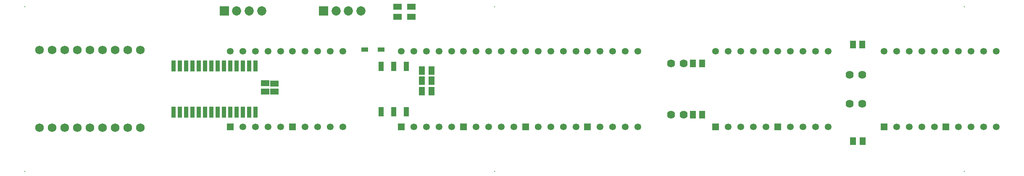
<source format=gbs>
G04 Layer_Color=16711935*
%FSLAX25Y25*%
%MOIN*%
G70*
G01*
G75*
%ADD29C,0.06375*%
%ADD30R,0.07296X0.07296*%
%ADD31C,0.07296*%
%ADD32C,0.05328*%
%ADD33R,0.05328X0.05328*%
%ADD34C,0.00800*%
%ADD35C,0.06800*%
%ADD36R,0.03950X0.07690*%
%ADD37R,0.04934X0.06312*%
%ADD38R,0.04540X0.06509*%
%ADD39R,0.06509X0.04540*%
%ADD40R,0.03359X0.09068*%
%ADD41R,0.05721X0.03753*%
%ADD42R,0.06587X0.04816*%
%ADD43R,0.06587X0.04698*%
D29*
X689945Y-86731D02*
D03*
X699945D02*
D03*
X689945Y-63731D02*
D03*
X699945D02*
D03*
X548195Y-95481D02*
D03*
X558195D02*
D03*
X548195Y-54981D02*
D03*
X558195D02*
D03*
D30*
X193800Y-13100D02*
D03*
X272500D02*
D03*
D31*
X203643D02*
D03*
X213485D02*
D03*
X223328D02*
D03*
X302028D02*
D03*
X292185D02*
D03*
X282343D02*
D03*
D32*
X481901Y-45108D02*
D03*
X491901D02*
D03*
X501901D02*
D03*
X511901D02*
D03*
X521901D02*
D03*
Y-105108D02*
D03*
X511901D02*
D03*
X501901D02*
D03*
X491901D02*
D03*
X766192Y-45108D02*
D03*
X776192D02*
D03*
X786192D02*
D03*
X796192D02*
D03*
X806192D02*
D03*
Y-105108D02*
D03*
X796192D02*
D03*
X786192D02*
D03*
X776192D02*
D03*
X432688Y-45108D02*
D03*
X442688D02*
D03*
X452688D02*
D03*
X462688D02*
D03*
X472688D02*
D03*
Y-105108D02*
D03*
X462688D02*
D03*
X452688D02*
D03*
X442688D02*
D03*
X716980Y-45108D02*
D03*
X726979D02*
D03*
X736979D02*
D03*
X746980D02*
D03*
X756980D02*
D03*
Y-105108D02*
D03*
X746980D02*
D03*
X736979D02*
D03*
X726979D02*
D03*
X383476Y-45108D02*
D03*
X393476D02*
D03*
X403476D02*
D03*
X413476D02*
D03*
X423476D02*
D03*
Y-105108D02*
D03*
X413476D02*
D03*
X403476D02*
D03*
X393476D02*
D03*
X334263Y-45108D02*
D03*
X344263D02*
D03*
X354263D02*
D03*
X364263D02*
D03*
X374263D02*
D03*
Y-105108D02*
D03*
X364263D02*
D03*
X354263D02*
D03*
X344263D02*
D03*
X247688Y-45108D02*
D03*
X257688D02*
D03*
X267688D02*
D03*
X277688D02*
D03*
X287688D02*
D03*
Y-105108D02*
D03*
X277688D02*
D03*
X267688D02*
D03*
X257688D02*
D03*
X632688Y-45108D02*
D03*
X642688D02*
D03*
X652688D02*
D03*
X662688D02*
D03*
X672688D02*
D03*
Y-105108D02*
D03*
X662688D02*
D03*
X652688D02*
D03*
X642688D02*
D03*
X198476Y-45108D02*
D03*
X208476D02*
D03*
X218476D02*
D03*
X228476D02*
D03*
X238476D02*
D03*
Y-105108D02*
D03*
X228476D02*
D03*
X218476D02*
D03*
X208476D02*
D03*
X583476Y-45108D02*
D03*
X593476D02*
D03*
X603476D02*
D03*
X613476D02*
D03*
X623476D02*
D03*
Y-105108D02*
D03*
X613476D02*
D03*
X603476D02*
D03*
X593476D02*
D03*
D33*
X481901D02*
D03*
X766192D02*
D03*
X432688D02*
D03*
X716980D02*
D03*
X383476D02*
D03*
X334263D02*
D03*
X247688D02*
D03*
X632688D02*
D03*
X198476D02*
D03*
X583476D02*
D03*
D34*
X408195Y-10011D02*
D03*
X408193Y-140457D02*
D03*
X780833Y-10011D02*
D03*
X780831Y-140457D02*
D03*
X35557Y-10011D02*
D03*
X35555Y-140457D02*
D03*
D35*
X97058Y-106013D02*
D03*
X47058Y-44202D02*
D03*
X57058D02*
D03*
X67058D02*
D03*
X77058D02*
D03*
X87058D02*
D03*
X97058D02*
D03*
X107058D02*
D03*
X117058D02*
D03*
X127058D02*
D03*
Y-106013D02*
D03*
X117058D02*
D03*
X107058D02*
D03*
X87058D02*
D03*
X77058D02*
D03*
X67058D02*
D03*
X57058D02*
D03*
X47058D02*
D03*
D36*
X318051Y-93113D02*
D03*
X328051D02*
D03*
X338051D02*
D03*
Y-57287D02*
D03*
X328051D02*
D03*
X318051D02*
D03*
D37*
X700000Y-116400D02*
D03*
X692520D02*
D03*
X699902Y-39734D02*
D03*
X692421D02*
D03*
X565354Y-95442D02*
D03*
X572835D02*
D03*
X565354Y-54981D02*
D03*
X572835D02*
D03*
D38*
X350326Y-76742D02*
D03*
X358200D02*
D03*
X350326Y-68671D02*
D03*
X358200D02*
D03*
X350326Y-60600D02*
D03*
X358200D02*
D03*
D39*
X342300Y-17837D02*
D03*
Y-9963D02*
D03*
X331000Y-17837D02*
D03*
Y-9963D02*
D03*
D40*
X218500Y-56893D02*
D03*
X213500D02*
D03*
X208500D02*
D03*
X203500D02*
D03*
X198500D02*
D03*
X193500D02*
D03*
X188500D02*
D03*
X183500D02*
D03*
X178500D02*
D03*
X173500D02*
D03*
X168500D02*
D03*
X163500D02*
D03*
X158500D02*
D03*
X153500D02*
D03*
Y-93507D02*
D03*
X158500D02*
D03*
X163500D02*
D03*
X168500D02*
D03*
X173500D02*
D03*
X178500D02*
D03*
X183500D02*
D03*
X188500D02*
D03*
X193500D02*
D03*
X198500D02*
D03*
X203500D02*
D03*
X208500D02*
D03*
X213500D02*
D03*
X218500D02*
D03*
D41*
X305118Y-43769D02*
D03*
X318110D02*
D03*
D42*
X233563Y-70738D02*
D03*
Y-77037D02*
D03*
D43*
X226279Y-77116D02*
D03*
Y-70659D02*
D03*
M02*

</source>
